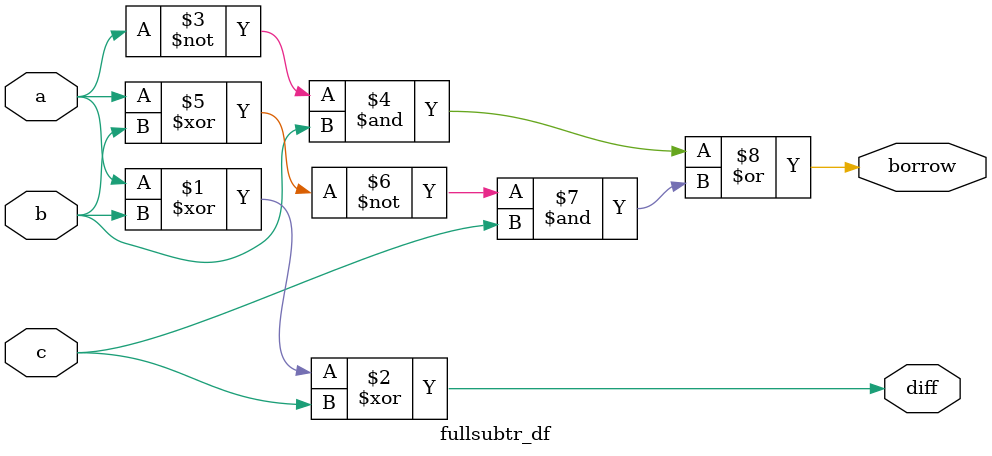
<source format=v>
`timescale 1ns / 1ps

module fullsubtr_df(diff,borrow,a,b,c);
    output diff,borrow;
    input a,b,c;
    assign diff=a^b^c;
    assign borrow=(~a&b)|(~(a^b)&c);
endmodule

</source>
